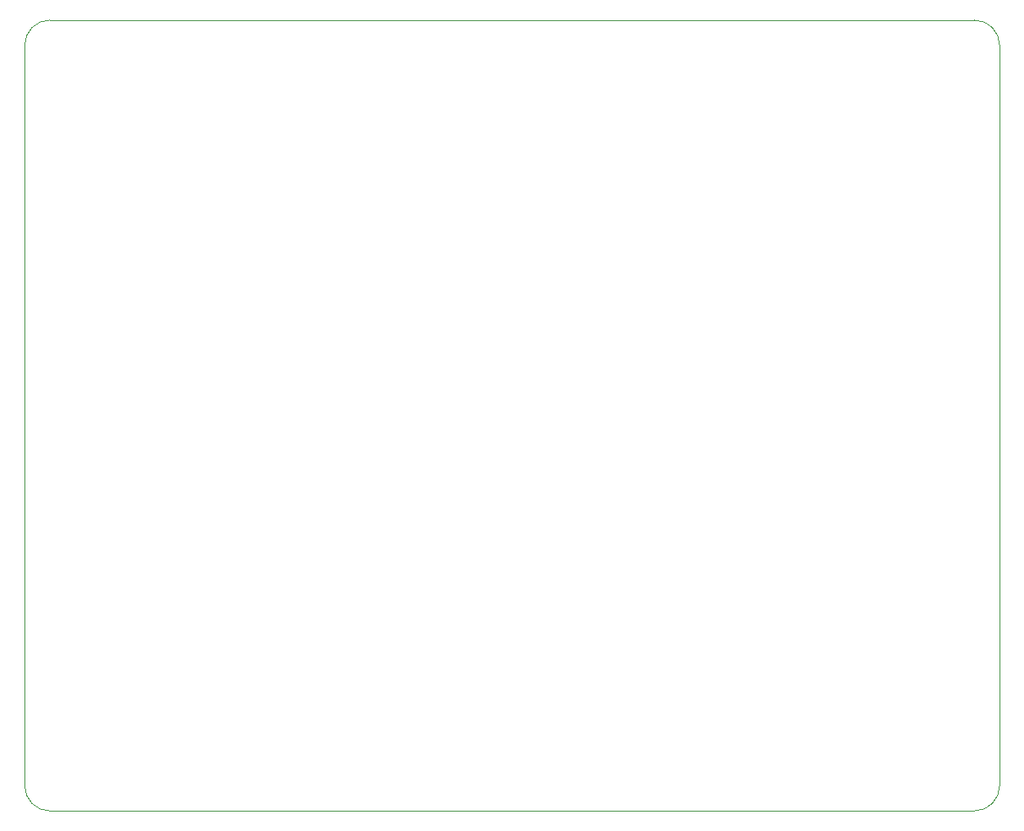
<source format=gbr>
G04 #@! TF.GenerationSoftware,KiCad,Pcbnew,(5.1.9)-1*
G04 #@! TF.CreationDate,2021-03-29T19:03:04-07:00*
G04 #@! TF.ProjectId,thermistor_calibrator,74686572-6d69-4737-946f-725f63616c69,rev?*
G04 #@! TF.SameCoordinates,Original*
G04 #@! TF.FileFunction,Profile,NP*
%FSLAX46Y46*%
G04 Gerber Fmt 4.6, Leading zero omitted, Abs format (unit mm)*
G04 Created by KiCad (PCBNEW (5.1.9)-1) date 2021-03-29 19:03:04*
%MOMM*%
%LPD*%
G01*
G04 APERTURE LIST*
G04 #@! TA.AperFunction,Profile*
%ADD10C,0.050000*%
G04 #@! TD*
G04 APERTURE END LIST*
D10*
X53340000Y-114935000D02*
X146050000Y-114935000D01*
X53340000Y-35560000D02*
X146050000Y-35560000D01*
X50800000Y-112395000D02*
X50800000Y-38100000D01*
X50800000Y-38100000D02*
G75*
G02*
X53340000Y-35560000I2540000J0D01*
G01*
X53340000Y-114935000D02*
G75*
G02*
X50800000Y-112395000I0J2540000D01*
G01*
X148590000Y-112395000D02*
G75*
G02*
X146050000Y-114935000I-2540000J0D01*
G01*
X148590000Y-38100000D02*
X148590000Y-112395000D01*
X146050000Y-35560000D02*
G75*
G02*
X148590000Y-38100000I0J-2540000D01*
G01*
M02*

</source>
